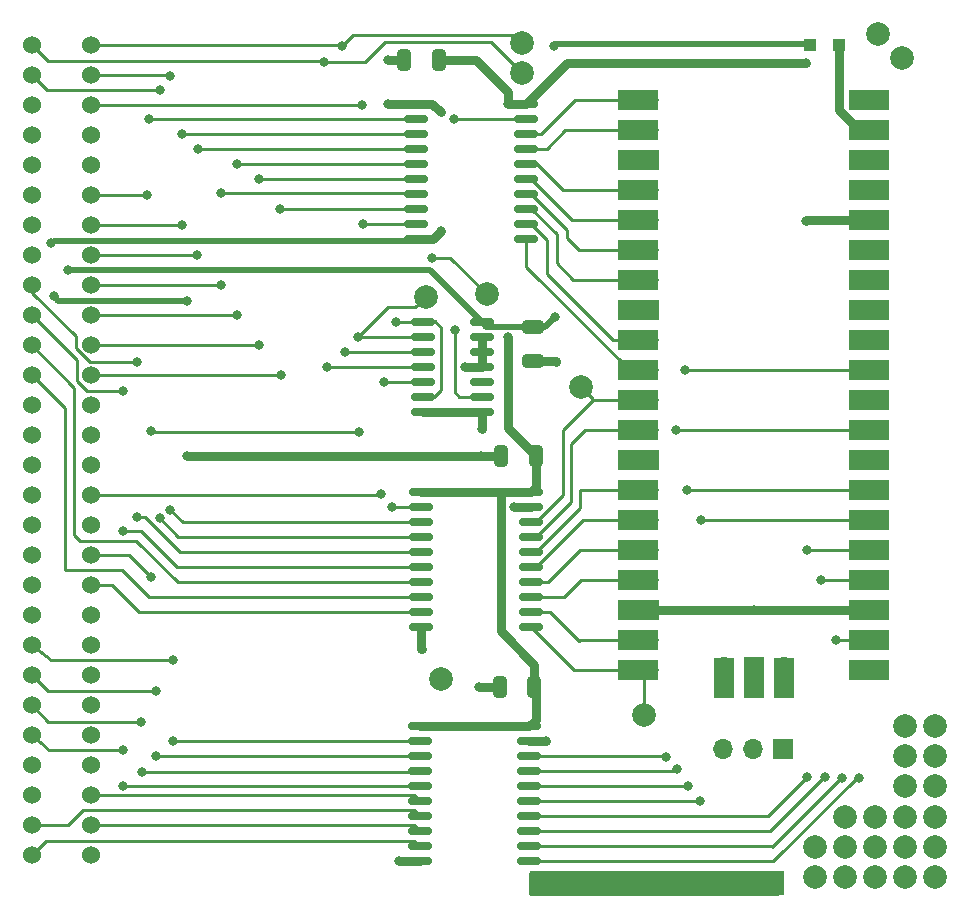
<source format=gtl>
G04 #@! TF.GenerationSoftware,KiCad,Pcbnew,6.0.10-86aedd382b~118~ubuntu20.04.1*
G04 #@! TF.CreationDate,2023-01-03T17:42:13+00:00*
G04 #@! TF.ProjectId,srom,73726f6d-2e6b-4696-9361-645f70636258,rev?*
G04 #@! TF.SameCoordinates,Original*
G04 #@! TF.FileFunction,Copper,L1,Top*
G04 #@! TF.FilePolarity,Positive*
%FSLAX46Y46*%
G04 Gerber Fmt 4.6, Leading zero omitted, Abs format (unit mm)*
G04 Created by KiCad (PCBNEW 6.0.10-86aedd382b~118~ubuntu20.04.1) date 2023-01-03 17:42:13*
%MOMM*%
%LPD*%
G01*
G04 APERTURE LIST*
G04 Aperture macros list*
%AMRoundRect*
0 Rectangle with rounded corners*
0 $1 Rounding radius*
0 $2 $3 $4 $5 $6 $7 $8 $9 X,Y pos of 4 corners*
0 Add a 4 corners polygon primitive as box body*
4,1,4,$2,$3,$4,$5,$6,$7,$8,$9,$2,$3,0*
0 Add four circle primitives for the rounded corners*
1,1,$1+$1,$2,$3*
1,1,$1+$1,$4,$5*
1,1,$1+$1,$6,$7*
1,1,$1+$1,$8,$9*
0 Add four rect primitives between the rounded corners*
20,1,$1+$1,$2,$3,$4,$5,0*
20,1,$1+$1,$4,$5,$6,$7,0*
20,1,$1+$1,$6,$7,$8,$9,0*
20,1,$1+$1,$8,$9,$2,$3,0*%
G04 Aperture macros list end*
G04 #@! TA.AperFunction,ComponentPad*
%ADD10C,2.000000*%
G04 #@! TD*
G04 #@! TA.AperFunction,SMDPad,CuDef*
%ADD11RoundRect,0.250000X-0.325000X-0.650000X0.325000X-0.650000X0.325000X0.650000X-0.325000X0.650000X0*%
G04 #@! TD*
G04 #@! TA.AperFunction,SMDPad,CuDef*
%ADD12RoundRect,0.150000X-0.875000X-0.150000X0.875000X-0.150000X0.875000X0.150000X-0.875000X0.150000X0*%
G04 #@! TD*
G04 #@! TA.AperFunction,SMDPad,CuDef*
%ADD13RoundRect,0.250000X-0.650000X0.325000X-0.650000X-0.325000X0.650000X-0.325000X0.650000X0.325000X0*%
G04 #@! TD*
G04 #@! TA.AperFunction,SMDPad,CuDef*
%ADD14RoundRect,0.250000X0.325000X0.650000X-0.325000X0.650000X-0.325000X-0.650000X0.325000X-0.650000X0*%
G04 #@! TD*
G04 #@! TA.AperFunction,SMDPad,CuDef*
%ADD15RoundRect,0.150000X-0.825000X-0.150000X0.825000X-0.150000X0.825000X0.150000X-0.825000X0.150000X0*%
G04 #@! TD*
G04 #@! TA.AperFunction,ComponentPad*
%ADD16R,1.700000X1.700000*%
G04 #@! TD*
G04 #@! TA.AperFunction,ComponentPad*
%ADD17O,1.700000X1.700000*%
G04 #@! TD*
G04 #@! TA.AperFunction,SMDPad,CuDef*
%ADD18R,1.000000X1.000000*%
G04 #@! TD*
G04 #@! TA.AperFunction,ComponentPad*
%ADD19C,1.524000*%
G04 #@! TD*
G04 #@! TA.AperFunction,SMDPad,CuDef*
%ADD20R,3.500000X1.700000*%
G04 #@! TD*
G04 #@! TA.AperFunction,SMDPad,CuDef*
%ADD21R,1.700000X3.500000*%
G04 #@! TD*
G04 #@! TA.AperFunction,ViaPad*
%ADD22C,0.800000*%
G04 #@! TD*
G04 #@! TA.AperFunction,Conductor*
%ADD23C,0.750000*%
G04 #@! TD*
G04 #@! TA.AperFunction,Conductor*
%ADD24C,0.550000*%
G04 #@! TD*
G04 #@! TA.AperFunction,Conductor*
%ADD25C,0.250000*%
G04 #@! TD*
G04 APERTURE END LIST*
D10*
X62770000Y-107210000D03*
X101770000Y-54650000D03*
X99730000Y-52600000D03*
X102070000Y-113770000D03*
X104610000Y-111230000D03*
X102070000Y-111230000D03*
X102070000Y-116310000D03*
X104610000Y-116310000D03*
X104610000Y-113770000D03*
X104590000Y-123950000D03*
X102050000Y-123950000D03*
X99510000Y-123950000D03*
X96970000Y-123950000D03*
X94430000Y-123950000D03*
X104590000Y-121410000D03*
X102050000Y-121410000D03*
X99510000Y-121410000D03*
X96970000Y-121410000D03*
X94430000Y-121410000D03*
X104590000Y-118870000D03*
X102050000Y-118870000D03*
X99510000Y-118870000D03*
X96970000Y-118870000D03*
X61490000Y-74840000D03*
D11*
X67825000Y-88340000D03*
X70775000Y-88340000D03*
D12*
X60950000Y-111235000D03*
X60950000Y-112505000D03*
X60950000Y-113775000D03*
X60950000Y-115045000D03*
X60950000Y-116315000D03*
X60950000Y-117585000D03*
X60950000Y-118855000D03*
X60950000Y-120125000D03*
X60950000Y-121395000D03*
X60950000Y-122665000D03*
X70250000Y-122665000D03*
X70250000Y-121395000D03*
X70250000Y-120125000D03*
X70250000Y-118855000D03*
X70250000Y-117585000D03*
X70250000Y-116315000D03*
X70250000Y-115045000D03*
X70250000Y-113775000D03*
X70250000Y-112505000D03*
X70250000Y-111235000D03*
X61100000Y-91385000D03*
X61100000Y-92655000D03*
X61100000Y-93925000D03*
X61100000Y-95195000D03*
X61100000Y-96465000D03*
X61100000Y-97735000D03*
X61100000Y-99005000D03*
X61100000Y-100275000D03*
X61100000Y-101545000D03*
X61100000Y-102815000D03*
X70400000Y-102815000D03*
X70400000Y-101545000D03*
X70400000Y-100275000D03*
X70400000Y-99005000D03*
X70400000Y-97735000D03*
X70400000Y-96465000D03*
X70400000Y-95195000D03*
X70400000Y-93925000D03*
X70400000Y-92655000D03*
X70400000Y-91385000D03*
D13*
X70520000Y-77385000D03*
X70520000Y-80335000D03*
D14*
X70685000Y-107880000D03*
X67735000Y-107880000D03*
D10*
X66640000Y-74660000D03*
D15*
X61265000Y-76990000D03*
X61265000Y-78260000D03*
X61265000Y-79530000D03*
X61265000Y-80800000D03*
X61265000Y-82070000D03*
X61265000Y-83340000D03*
X61265000Y-84610000D03*
X66215000Y-84610000D03*
X66215000Y-83340000D03*
X66215000Y-82070000D03*
X66215000Y-80800000D03*
X66215000Y-79530000D03*
X66215000Y-78260000D03*
X66215000Y-76990000D03*
D12*
X60690000Y-58525000D03*
X60690000Y-59795000D03*
X60690000Y-61065000D03*
X60690000Y-62335000D03*
X60690000Y-63605000D03*
X60690000Y-64875000D03*
X60690000Y-66145000D03*
X60690000Y-67415000D03*
X60690000Y-68685000D03*
X60690000Y-69955000D03*
X69990000Y-69955000D03*
X69990000Y-68685000D03*
X69990000Y-67415000D03*
X69990000Y-66145000D03*
X69990000Y-64875000D03*
X69990000Y-63605000D03*
X69990000Y-62335000D03*
X69990000Y-61065000D03*
X69990000Y-59795000D03*
X69990000Y-58525000D03*
D10*
X69640000Y-55910000D03*
D14*
X62595000Y-54810000D03*
X59645000Y-54810000D03*
D16*
X91730000Y-113165000D03*
D17*
X89190000Y-113165000D03*
X86650000Y-113165000D03*
D10*
X74630000Y-82520000D03*
D18*
X96480000Y-53540000D03*
X93980000Y-53540000D03*
D19*
X28150000Y-63740000D03*
X33150000Y-63740000D03*
X33150000Y-53580000D03*
X33150000Y-56120000D03*
X33150000Y-58660000D03*
X33150000Y-61200000D03*
X33150000Y-66280000D03*
X33150000Y-68820000D03*
X33150000Y-71360000D03*
X33150000Y-73900000D03*
X33150000Y-76440000D03*
X33150000Y-78980000D03*
X33150000Y-81520000D03*
X33150000Y-84060000D03*
X33150000Y-86600000D03*
X33150000Y-89140000D03*
X33150000Y-91680000D03*
X33150000Y-94220000D03*
X33150000Y-96760000D03*
X33150000Y-99300000D03*
X33150000Y-101840000D03*
X33150000Y-104380000D03*
X33150000Y-106920000D03*
X33150000Y-109460000D03*
X33150000Y-112000000D03*
X33150000Y-114540000D03*
X33150000Y-117080000D03*
X33150000Y-119620000D03*
X33150000Y-122160000D03*
X28150000Y-53580000D03*
X28150000Y-56120000D03*
X28150000Y-58660000D03*
X28150000Y-61200000D03*
X28150000Y-66280000D03*
X28150000Y-68820000D03*
X28150000Y-71360000D03*
X28150000Y-73900000D03*
X28150000Y-76440000D03*
X28150000Y-78980000D03*
X28150000Y-81520000D03*
X28150000Y-84060000D03*
X28150000Y-86600000D03*
X28150000Y-89140000D03*
X28150000Y-91680000D03*
X28150000Y-94220000D03*
X28150000Y-96760000D03*
X28150000Y-99300000D03*
X28150000Y-101840000D03*
X28150000Y-104380000D03*
X28150000Y-106920000D03*
X28150000Y-109460000D03*
X28150000Y-112000000D03*
X28150000Y-114540000D03*
X28150000Y-117080000D03*
X28150000Y-119620000D03*
X28150000Y-122160000D03*
D10*
X79920000Y-110260000D03*
D17*
X80350000Y-58190000D03*
D20*
X79450000Y-58190000D03*
D17*
X80350000Y-60730000D03*
D20*
X79450000Y-60730000D03*
D16*
X80350000Y-63270000D03*
D20*
X79450000Y-63270000D03*
D17*
X80350000Y-65810000D03*
D20*
X79450000Y-65810000D03*
X79450000Y-68350000D03*
D17*
X80350000Y-68350000D03*
X80350000Y-70890000D03*
D20*
X79450000Y-70890000D03*
X79450000Y-73430000D03*
D17*
X80350000Y-73430000D03*
D16*
X80350000Y-75970000D03*
D20*
X79450000Y-75970000D03*
X79450000Y-78510000D03*
D17*
X80350000Y-78510000D03*
D20*
X79450000Y-81050000D03*
D17*
X80350000Y-81050000D03*
D20*
X79450000Y-83590000D03*
D17*
X80350000Y-83590000D03*
D20*
X79450000Y-86130000D03*
D17*
X80350000Y-86130000D03*
D20*
X79450000Y-88670000D03*
D16*
X80350000Y-88670000D03*
D20*
X79450000Y-91210000D03*
D17*
X80350000Y-91210000D03*
D20*
X79450000Y-93750000D03*
D17*
X80350000Y-93750000D03*
D20*
X79450000Y-96290000D03*
D17*
X80350000Y-96290000D03*
X80350000Y-98830000D03*
D20*
X79450000Y-98830000D03*
X79450000Y-101370000D03*
D16*
X80350000Y-101370000D03*
D17*
X80350000Y-103910000D03*
D20*
X79450000Y-103910000D03*
D17*
X80350000Y-106450000D03*
D20*
X79450000Y-106450000D03*
X99030000Y-106450000D03*
D17*
X98130000Y-106450000D03*
X98130000Y-103910000D03*
D20*
X99030000Y-103910000D03*
D16*
X98130000Y-101370000D03*
D20*
X99030000Y-101370000D03*
X99030000Y-98830000D03*
D17*
X98130000Y-98830000D03*
X98130000Y-96290000D03*
D20*
X99030000Y-96290000D03*
D17*
X98130000Y-93750000D03*
D20*
X99030000Y-93750000D03*
X99030000Y-91210000D03*
D17*
X98130000Y-91210000D03*
D20*
X99030000Y-88670000D03*
D16*
X98130000Y-88670000D03*
D20*
X99030000Y-86130000D03*
D17*
X98130000Y-86130000D03*
X98130000Y-83590000D03*
D20*
X99030000Y-83590000D03*
D17*
X98130000Y-81050000D03*
D20*
X99030000Y-81050000D03*
X99030000Y-78510000D03*
D17*
X98130000Y-78510000D03*
D16*
X98130000Y-75970000D03*
D20*
X99030000Y-75970000D03*
X99030000Y-73430000D03*
D17*
X98130000Y-73430000D03*
D20*
X99030000Y-70890000D03*
D17*
X98130000Y-70890000D03*
D20*
X99030000Y-68350000D03*
D17*
X98130000Y-68350000D03*
D20*
X99030000Y-65810000D03*
D17*
X98130000Y-65810000D03*
D20*
X99030000Y-63270000D03*
D16*
X98130000Y-63270000D03*
D17*
X98130000Y-60730000D03*
D20*
X99030000Y-60730000D03*
D17*
X98130000Y-58190000D03*
D20*
X99030000Y-58190000D03*
D21*
X86700000Y-107120000D03*
D17*
X86700000Y-106220000D03*
D16*
X89240000Y-106220000D03*
D21*
X89240000Y-107120000D03*
X91780000Y-107120000D03*
D17*
X91780000Y-106220000D03*
D10*
X69610000Y-53350000D03*
D22*
X73440000Y-124940000D03*
X68450000Y-58560000D03*
X93680000Y-55100000D03*
X68440000Y-78270000D03*
X93660000Y-68450000D03*
X66140000Y-88310000D03*
X68910000Y-92670000D03*
X66230000Y-86020000D03*
X65950000Y-107920000D03*
X72480000Y-80340000D03*
X41290000Y-88310000D03*
X58310000Y-54810000D03*
X71690000Y-112510000D03*
X41270000Y-75210000D03*
X29980000Y-74780000D03*
X62730000Y-59240000D03*
X89250000Y-101370000D03*
X61120000Y-104660000D03*
X29790000Y-70340000D03*
X64840000Y-80780000D03*
X59210000Y-122670000D03*
X62730000Y-69330000D03*
X58320000Y-58520000D03*
X72320000Y-53590000D03*
X72420000Y-76540000D03*
X31210000Y-72590000D03*
X58980000Y-77030000D03*
X58650000Y-92640000D03*
X37060000Y-80420000D03*
X37000000Y-93490000D03*
X35830000Y-82830000D03*
X35820000Y-94670000D03*
X35850000Y-116310000D03*
X35830000Y-113200000D03*
X37390000Y-110830000D03*
X37420000Y-115090000D03*
X38640000Y-108260000D03*
X38630000Y-113730000D03*
X82760000Y-114860000D03*
X82680000Y-86130000D03*
X83660000Y-116300000D03*
X83640000Y-91230000D03*
X84670000Y-117570000D03*
X84810000Y-93740000D03*
X40080000Y-105580000D03*
X40050000Y-112500000D03*
X38960000Y-57340000D03*
X38940000Y-93610000D03*
X39850000Y-92890000D03*
X39830000Y-56160000D03*
X98130000Y-115600000D03*
X96690000Y-115609999D03*
X96180000Y-103910000D03*
X94930000Y-98820000D03*
X95240000Y-115546666D03*
X93790000Y-115483333D03*
X93790000Y-96310000D03*
X81820000Y-113790000D03*
X83430000Y-81070000D03*
X37910000Y-66250000D03*
X38040000Y-59810000D03*
X40840000Y-61060000D03*
X40840000Y-68790000D03*
X42200000Y-62320000D03*
X42150000Y-71360000D03*
X47320000Y-64860000D03*
X47360000Y-78920000D03*
X49250000Y-81520000D03*
X49160000Y-67400000D03*
X45490000Y-63580000D03*
X45520000Y-76430000D03*
X44120000Y-66090000D03*
X44150000Y-73890000D03*
X56170000Y-68670000D03*
X56110000Y-58660000D03*
X63910000Y-59810000D03*
X63920000Y-77690000D03*
X53150000Y-80800000D03*
X52850000Y-54970000D03*
X54350000Y-53640000D03*
X54670000Y-79540000D03*
X55780000Y-78290000D03*
X38190000Y-86250000D03*
X38190000Y-98610000D03*
X55810000Y-86330000D03*
X62000000Y-71590000D03*
X57650000Y-91590000D03*
X57940000Y-82080000D03*
D23*
X70685000Y-106015000D02*
X67850000Y-103180000D01*
X70385000Y-91370000D02*
X70400000Y-91385000D01*
X68450000Y-58560000D02*
X68450000Y-57530000D01*
X67850000Y-103180000D02*
X67850000Y-91400000D01*
X70820000Y-108015000D02*
X70685000Y-107880000D01*
X60950000Y-111235000D02*
X70250000Y-111235000D01*
X73415000Y-55100000D02*
X69990000Y-58525000D01*
X65730000Y-54810000D02*
X62595000Y-54810000D01*
X70775000Y-88340000D02*
X68440000Y-86005000D01*
X93680000Y-55100000D02*
X73415000Y-55100000D01*
X70840000Y-88405000D02*
X70775000Y-88340000D01*
X70685000Y-107880000D02*
X70685000Y-106015000D01*
X68440000Y-86005000D02*
X68440000Y-78270000D01*
X67880000Y-91370000D02*
X70385000Y-91370000D01*
X70840000Y-90945000D02*
X70840000Y-88405000D01*
X70820000Y-110660000D02*
X70820000Y-108015000D01*
X69955000Y-58560000D02*
X69990000Y-58525000D01*
X68450000Y-57530000D02*
X65730000Y-54810000D01*
X67880000Y-91370000D02*
X67865000Y-91385000D01*
X70250000Y-111230000D02*
X70820000Y-110660000D01*
X93660000Y-68450000D02*
X93760000Y-68350000D01*
X68450000Y-58560000D02*
X69955000Y-58560000D01*
X67865000Y-91385000D02*
X61100000Y-91385000D01*
X67850000Y-91400000D02*
X67880000Y-91370000D01*
X70250000Y-111235000D02*
X70250000Y-111230000D01*
X93760000Y-68350000D02*
X98130000Y-68350000D01*
X70400000Y-91385000D02*
X70840000Y-90945000D01*
X58310000Y-54810000D02*
X59645000Y-54810000D01*
X68925000Y-92655000D02*
X68910000Y-92670000D01*
X66140000Y-88310000D02*
X41290000Y-88310000D01*
X89250000Y-101370000D02*
X98130000Y-101370000D01*
D24*
X30020000Y-70110000D02*
X29790000Y-70340000D01*
D23*
X66215000Y-78260000D02*
X66215000Y-79530000D01*
X62730000Y-59240000D02*
X62015000Y-58525000D01*
X62105000Y-69955000D02*
X62730000Y-69330000D01*
X70400000Y-92655000D02*
X68925000Y-92655000D01*
X60950000Y-122665000D02*
X59215000Y-122665000D01*
D24*
X60535000Y-70110000D02*
X30020000Y-70110000D01*
D23*
X65990000Y-107880000D02*
X65950000Y-107920000D01*
X62015000Y-58525000D02*
X60690000Y-58525000D01*
X70250000Y-112505000D02*
X71685000Y-112505000D01*
X66215000Y-84610000D02*
X66215000Y-86005000D01*
X67825000Y-88340000D02*
X66170000Y-88340000D01*
X72475000Y-80335000D02*
X72480000Y-80340000D01*
X60690000Y-69955000D02*
X62105000Y-69955000D01*
X80350000Y-101370000D02*
X89250000Y-101370000D01*
D25*
X71685000Y-112505000D02*
X71690000Y-112510000D01*
D23*
X58325000Y-58525000D02*
X58320000Y-58520000D01*
D24*
X30380000Y-75180000D02*
X29980000Y-74780000D01*
D25*
X66170000Y-88340000D02*
X66140000Y-88310000D01*
D23*
X66215000Y-86005000D02*
X66230000Y-86020000D01*
X66215000Y-80800000D02*
X64860000Y-80800000D01*
X67735000Y-107880000D02*
X65990000Y-107880000D01*
X61100000Y-104640000D02*
X61120000Y-104660000D01*
X66215000Y-79530000D02*
X66215000Y-80800000D01*
D24*
X41282701Y-75180000D02*
X30380000Y-75180000D01*
D23*
X70520000Y-80335000D02*
X72475000Y-80335000D01*
X66215000Y-84610000D02*
X61265000Y-84610000D01*
X60690000Y-58525000D02*
X58325000Y-58525000D01*
X64860000Y-80800000D02*
X64840000Y-80780000D01*
D25*
X59215000Y-122665000D02*
X59210000Y-122670000D01*
D23*
X61100000Y-102815000D02*
X61100000Y-104640000D01*
D24*
X72435000Y-53475000D02*
X93915000Y-53475000D01*
X61860000Y-72630000D02*
X61830000Y-72600000D01*
X66610000Y-77385000D02*
X66215000Y-76990000D01*
X61830000Y-72600000D02*
X31060000Y-72600000D01*
X66215000Y-76990000D02*
X61845000Y-72620000D01*
X72320000Y-53590000D02*
X72435000Y-53475000D01*
X71575000Y-77385000D02*
X72420000Y-76540000D01*
X93915000Y-53475000D02*
X93980000Y-53540000D01*
X70520000Y-77385000D02*
X71575000Y-77385000D01*
X70520000Y-77385000D02*
X66610000Y-77385000D01*
D23*
X98130000Y-60730000D02*
X96480000Y-59080000D01*
X96480000Y-59080000D02*
X96480000Y-53540000D01*
D25*
X58650000Y-92640000D02*
X61085000Y-92640000D01*
X61265000Y-76990000D02*
X59020000Y-76990000D01*
X61265000Y-83340000D02*
X62190000Y-83340000D01*
X62790000Y-82740000D02*
X62790000Y-77470000D01*
X59020000Y-76990000D02*
X58980000Y-77030000D01*
X61085000Y-92640000D02*
X61100000Y-92655000D01*
X62790000Y-77470000D02*
X62240000Y-76920000D01*
X62190000Y-83340000D02*
X62790000Y-82740000D01*
X31830000Y-78180000D02*
X31830000Y-79197251D01*
X28150000Y-74500000D02*
X31830000Y-78180000D01*
X37730000Y-93490000D02*
X40705000Y-96465000D01*
X37000000Y-93490000D02*
X37730000Y-93490000D01*
X31830000Y-79197251D02*
X33052749Y-80420000D01*
X33052749Y-80420000D02*
X37060000Y-80420000D01*
X28150000Y-73900000D02*
X28150000Y-74500000D01*
X40705000Y-96465000D02*
X61100000Y-96465000D01*
X32790000Y-82840000D02*
X35820000Y-82840000D01*
X40455000Y-97735000D02*
X61100000Y-97735000D01*
X35820000Y-82840000D02*
X35830000Y-82830000D01*
X28150000Y-76440000D02*
X31930000Y-80220000D01*
X37390000Y-94670000D02*
X40455000Y-97735000D01*
X31930000Y-81980000D02*
X32790000Y-82840000D01*
X35820000Y-94670000D02*
X37390000Y-94670000D01*
X31930000Y-80220000D02*
X31930000Y-81980000D01*
X32180000Y-95510000D02*
X36970000Y-95510000D01*
X28150000Y-78980000D02*
X31710000Y-82540000D01*
X40465000Y-99005000D02*
X61100000Y-99005000D01*
X31710000Y-95040000D02*
X32180000Y-95510000D01*
X31710000Y-82540000D02*
X31710000Y-95040000D01*
X36970000Y-95510000D02*
X40465000Y-99005000D01*
X30920000Y-84290000D02*
X30920000Y-97950000D01*
X28150000Y-81520000D02*
X30920000Y-84290000D01*
X31000000Y-98030000D02*
X35770000Y-98030000D01*
X35770000Y-98030000D02*
X38015000Y-100275000D01*
X38015000Y-100275000D02*
X61100000Y-100275000D01*
X30920000Y-97950000D02*
X31000000Y-98030000D01*
X35550000Y-113210000D02*
X35820000Y-113210000D01*
X29590000Y-113210000D02*
X35550000Y-113210000D01*
X28150000Y-112000000D02*
X29590000Y-113210000D01*
X35855000Y-116315000D02*
X60950000Y-116315000D01*
X35820000Y-113210000D02*
X35830000Y-113200000D01*
X35850000Y-116310000D02*
X35855000Y-116315000D01*
X29520000Y-110830000D02*
X37390000Y-110830000D01*
X28150000Y-109460000D02*
X29520000Y-110830000D01*
X60905000Y-115090000D02*
X60950000Y-115045000D01*
X37420000Y-115090000D02*
X60905000Y-115090000D01*
X28150000Y-106920000D02*
X29490000Y-108260000D01*
X38630000Y-113730000D02*
X60905000Y-113730000D01*
X29490000Y-108260000D02*
X38640000Y-108260000D01*
X60905000Y-113730000D02*
X60950000Y-113775000D01*
X82575000Y-115045000D02*
X82760000Y-114860000D01*
X70250000Y-115045000D02*
X82575000Y-115045000D01*
X82680000Y-86130000D02*
X98130000Y-86130000D01*
X70250000Y-116315000D02*
X83645000Y-116315000D01*
X83640000Y-91230000D02*
X83660000Y-91210000D01*
X83645000Y-116315000D02*
X83660000Y-116300000D01*
X83660000Y-91210000D02*
X98130000Y-91210000D01*
X70250000Y-117585000D02*
X84655000Y-117585000D01*
X98120000Y-93740000D02*
X98130000Y-93750000D01*
X84810000Y-93740000D02*
X98120000Y-93740000D01*
X84655000Y-117585000D02*
X84670000Y-117570000D01*
X74530000Y-103910000D02*
X80350000Y-103910000D01*
X74460000Y-103980000D02*
X74530000Y-103910000D01*
X72025000Y-101545000D02*
X74460000Y-103980000D01*
X70400000Y-101545000D02*
X72025000Y-101545000D01*
X73165000Y-100275000D02*
X74610000Y-98830000D01*
X74610000Y-98830000D02*
X80350000Y-98830000D01*
X70400000Y-100275000D02*
X73165000Y-100275000D01*
X71815000Y-99005000D02*
X74530000Y-96290000D01*
X70400000Y-99005000D02*
X71815000Y-99005000D01*
X74530000Y-96290000D02*
X80350000Y-96290000D01*
X70400000Y-97735000D02*
X70826751Y-97735000D01*
X70826751Y-97735000D02*
X74550000Y-94011751D01*
X74550000Y-94010000D02*
X74810000Y-93750000D01*
X74550000Y-94011751D02*
X74550000Y-94010000D01*
X74810000Y-93750000D02*
X80350000Y-93750000D01*
X75630000Y-83590000D02*
X80350000Y-83590000D01*
X75630000Y-83590000D02*
X75630000Y-83520000D01*
X73100000Y-86120000D02*
X75630000Y-83590000D01*
X70826751Y-93925000D02*
X73100000Y-91651751D01*
X70400000Y-93925000D02*
X70826751Y-93925000D01*
X75630000Y-83520000D02*
X74630000Y-82520000D01*
X73100000Y-91651751D02*
X73100000Y-86120000D01*
X40080000Y-105580000D02*
X29770000Y-105610000D01*
X29770000Y-105610000D02*
X28150000Y-104380000D01*
X40050000Y-112500000D02*
X40055000Y-112505000D01*
X40055000Y-112505000D02*
X60950000Y-112505000D01*
X60445000Y-117080000D02*
X60950000Y-117585000D01*
X33150000Y-117080000D02*
X60445000Y-117080000D01*
X32460000Y-118350000D02*
X60445000Y-118350000D01*
X31190000Y-119620000D02*
X32460000Y-118350000D01*
X28150000Y-119620000D02*
X31190000Y-119620000D01*
X60445000Y-118350000D02*
X60950000Y-118855000D01*
X60445000Y-119620000D02*
X60950000Y-120125000D01*
X33150000Y-119620000D02*
X60445000Y-119620000D01*
X29350000Y-120960000D02*
X60515000Y-120960000D01*
X60515000Y-120960000D02*
X60950000Y-121395000D01*
X28150000Y-122160000D02*
X29350000Y-120960000D01*
X40525000Y-95195000D02*
X61100000Y-95195000D01*
X38940000Y-93610000D02*
X40525000Y-95195000D01*
X28150000Y-56120000D02*
X29370000Y-57340000D01*
X29370000Y-57340000D02*
X38960000Y-57340000D01*
X39850000Y-92890000D02*
X40885000Y-93925000D01*
X33150000Y-56120000D02*
X39790000Y-56120000D01*
X40885000Y-93925000D02*
X61100000Y-93925000D01*
X39790000Y-56120000D02*
X39830000Y-56160000D01*
X33150000Y-99300000D02*
X34930000Y-99300000D01*
X34930000Y-99300000D02*
X37175000Y-101545000D01*
X37175000Y-101545000D02*
X61100000Y-101545000D01*
X74035000Y-106450000D02*
X80350000Y-106450000D01*
X79920000Y-110260000D02*
X79920000Y-106880000D01*
X70400000Y-102815000D02*
X74035000Y-106450000D01*
X79920000Y-106880000D02*
X80350000Y-106450000D01*
X73760000Y-92261751D02*
X73760000Y-87350000D01*
X73760000Y-87350000D02*
X74980000Y-86130000D01*
X70826751Y-95195000D02*
X73760000Y-92261751D01*
X70400000Y-95195000D02*
X70826751Y-95195000D01*
X74980000Y-86130000D02*
X80350000Y-86130000D01*
X70400000Y-96465000D02*
X70826751Y-96465000D01*
X74550000Y-91200000D02*
X80340000Y-91200000D01*
X74550000Y-92741751D02*
X74550000Y-91200000D01*
X70826751Y-96465000D02*
X74550000Y-92741751D01*
X80340000Y-91200000D02*
X80350000Y-91210000D01*
X90895000Y-122665000D02*
X98140000Y-115420000D01*
X70250000Y-122665000D02*
X90895000Y-122665000D01*
X96180000Y-103910000D02*
X98130000Y-103910000D01*
X90825000Y-121395000D02*
X90835000Y-121405000D01*
X70250000Y-121395000D02*
X90825000Y-121395000D01*
X90835000Y-121405000D02*
X96620000Y-115620000D01*
X90395000Y-120115000D02*
X90645000Y-120115000D01*
X90385000Y-120125000D02*
X90395000Y-120115000D01*
X94940000Y-98830000D02*
X98130000Y-98830000D01*
X90645000Y-120115000D02*
X95210000Y-115550000D01*
X94930000Y-98820000D02*
X94940000Y-98830000D01*
X70250000Y-120125000D02*
X90385000Y-120125000D01*
X70250000Y-118855000D02*
X90485000Y-118855000D01*
X98110000Y-96310000D02*
X98130000Y-96290000D01*
X93790000Y-96310000D02*
X98110000Y-96310000D01*
X90485000Y-118855000D02*
X93790000Y-115550000D01*
X83430000Y-81070000D02*
X83450000Y-81050000D01*
X83450000Y-81050000D02*
X98130000Y-81050000D01*
X81805000Y-113775000D02*
X81820000Y-113790000D01*
X70250000Y-113775000D02*
X81805000Y-113775000D01*
X38040000Y-59810000D02*
X60675000Y-59810000D01*
X37880000Y-66280000D02*
X37910000Y-66250000D01*
X60675000Y-59810000D02*
X60690000Y-59795000D01*
X33150000Y-66280000D02*
X37880000Y-66280000D01*
X40810000Y-68820000D02*
X40840000Y-68790000D01*
X33150000Y-68820000D02*
X40810000Y-68820000D01*
X40840000Y-61060000D02*
X60685000Y-61060000D01*
X60685000Y-61060000D02*
X60690000Y-61065000D01*
X33150000Y-71360000D02*
X42150000Y-71360000D01*
X42200000Y-62320000D02*
X60675000Y-62320000D01*
X60675000Y-62320000D02*
X60690000Y-62335000D01*
X47320000Y-64860000D02*
X60675000Y-64860000D01*
X47300000Y-78980000D02*
X47360000Y-78920000D01*
X33150000Y-78980000D02*
X47300000Y-78980000D01*
X60675000Y-64860000D02*
X60690000Y-64875000D01*
X49160000Y-67400000D02*
X60675000Y-67400000D01*
X60675000Y-67400000D02*
X60690000Y-67415000D01*
X33150000Y-81520000D02*
X49250000Y-81520000D01*
X33150000Y-76440000D02*
X45510000Y-76440000D01*
X45510000Y-76440000D02*
X45520000Y-76430000D01*
X45515000Y-63605000D02*
X60690000Y-63605000D01*
X45490000Y-63580000D02*
X45515000Y-63605000D01*
X33150000Y-73900000D02*
X44140000Y-73900000D01*
X60635000Y-66090000D02*
X60690000Y-66145000D01*
X44140000Y-73900000D02*
X44150000Y-73890000D01*
X44120000Y-66090000D02*
X60635000Y-66090000D01*
X56170000Y-68670000D02*
X60675000Y-68670000D01*
X33150000Y-58660000D02*
X56110000Y-58660000D01*
X60675000Y-68670000D02*
X60690000Y-68685000D01*
X69990000Y-72300000D02*
X78740000Y-81050000D01*
X78740000Y-81050000D02*
X80350000Y-81050000D01*
X69990000Y-69955000D02*
X69990000Y-72300000D01*
X69990000Y-67415000D02*
X70416751Y-67415000D01*
X73980000Y-73430000D02*
X80350000Y-73430000D01*
X72580000Y-69578249D02*
X72580000Y-72030000D01*
X72580000Y-72030000D02*
X73980000Y-73430000D01*
X70416751Y-67415000D02*
X72580000Y-69578249D01*
X70416751Y-64875000D02*
X73891751Y-68350000D01*
X73891751Y-68350000D02*
X80350000Y-68350000D01*
X69990000Y-64875000D02*
X70416751Y-64875000D01*
X69990000Y-68685000D02*
X70416751Y-68685000D01*
X70416751Y-68685000D02*
X71770000Y-70038249D01*
X71770000Y-70038249D02*
X71770000Y-72910000D01*
X71770000Y-72910000D02*
X77370000Y-78510000D01*
X77370000Y-78510000D02*
X80350000Y-78510000D01*
X69990000Y-66145000D02*
X70416751Y-66145000D01*
X73450000Y-69860000D02*
X74480000Y-70890000D01*
X73450000Y-69178249D02*
X73450000Y-69860000D01*
X74480000Y-70890000D02*
X80350000Y-70890000D01*
X70416751Y-66145000D02*
X73450000Y-69178249D01*
X73130000Y-65810000D02*
X80350000Y-65810000D01*
X70925000Y-63605000D02*
X73130000Y-65810000D01*
X69990000Y-63605000D02*
X70925000Y-63605000D01*
X71705000Y-62335000D02*
X73310000Y-60730000D01*
X73310000Y-60730000D02*
X80350000Y-60730000D01*
X69990000Y-62335000D02*
X71705000Y-62335000D01*
X71255000Y-61065000D02*
X74130000Y-58190000D01*
X69990000Y-61065000D02*
X71255000Y-61065000D01*
X74130000Y-58190000D02*
X80350000Y-58190000D01*
X63930000Y-82940000D02*
X63920000Y-82930000D01*
X64330000Y-83340000D02*
X63930000Y-82940000D01*
X63920000Y-82930000D02*
X63920000Y-77690000D01*
X69975000Y-59810000D02*
X69990000Y-59795000D01*
X66215000Y-83340000D02*
X64330000Y-83340000D01*
X63910000Y-59810000D02*
X69975000Y-59810000D01*
X56360000Y-54970000D02*
X58030000Y-53300000D01*
X28150000Y-53580000D02*
X29490000Y-54920000D01*
X52800000Y-54920000D02*
X52850000Y-54970000D01*
X29490000Y-54920000D02*
X52800000Y-54920000D01*
X52850000Y-54970000D02*
X56360000Y-54970000D01*
X67030000Y-53300000D02*
X69640000Y-55910000D01*
X53150000Y-80800000D02*
X61265000Y-80800000D01*
X58030000Y-53300000D02*
X67030000Y-53300000D01*
X61255000Y-79540000D02*
X61265000Y-79530000D01*
X54290000Y-53580000D02*
X54350000Y-53640000D01*
X33150000Y-53580000D02*
X54290000Y-53580000D01*
X68950000Y-52690000D02*
X69610000Y-53350000D01*
X55300000Y-52690000D02*
X68950000Y-52690000D01*
X54670000Y-79540000D02*
X61255000Y-79540000D01*
X54350000Y-53640000D02*
X55300000Y-52690000D01*
X58310000Y-75760000D02*
X60570000Y-75760000D01*
X36340000Y-96760000D02*
X38190000Y-98610000D01*
X60570000Y-75760000D02*
X61490000Y-74840000D01*
X55750000Y-86270000D02*
X55810000Y-86330000D01*
X55780000Y-78290000D02*
X61235000Y-78290000D01*
X33150000Y-96760000D02*
X36340000Y-96760000D01*
X61235000Y-78290000D02*
X61265000Y-78260000D01*
X55780000Y-78290000D02*
X58310000Y-75760000D01*
X38510000Y-86270000D02*
X55750000Y-86270000D01*
X55810000Y-86330000D02*
X55740000Y-86330000D01*
X63570000Y-71590000D02*
X66640000Y-74660000D01*
X61255000Y-82080000D02*
X61265000Y-82070000D01*
X57560000Y-91680000D02*
X57650000Y-91590000D01*
X57940000Y-82080000D02*
X61255000Y-82080000D01*
X62000000Y-71590000D02*
X63570000Y-71590000D01*
X33150000Y-91680000D02*
X57560000Y-91680000D01*
G04 #@! TA.AperFunction,Conductor*
G36*
X73869898Y-123458216D02*
G01*
X73870029Y-123458216D01*
X91420000Y-123470000D01*
X91420000Y-125544219D01*
X91390506Y-125552954D01*
X91385304Y-125556314D01*
X91349526Y-125561500D01*
X70349257Y-125561500D01*
X70281136Y-125541498D01*
X70234643Y-125487842D01*
X70223305Y-125432011D01*
X70259149Y-124137947D01*
X70274611Y-123579737D01*
X70275155Y-123560122D01*
X70275942Y-123557873D01*
X70317326Y-123500185D01*
X70383329Y-123474029D01*
X70394867Y-123473500D01*
X71191502Y-123473500D01*
X71193950Y-123473307D01*
X71193958Y-123473307D01*
X71222421Y-123471067D01*
X71222426Y-123471066D01*
X71228831Y-123470562D01*
X71235003Y-123468769D01*
X71235008Y-123468768D01*
X71260057Y-123461490D01*
X71295294Y-123456487D01*
X73869898Y-123458216D01*
G37*
G04 #@! TD.AperFunction*
G04 #@! TA.AperFunction,Conductor*
G36*
X91732013Y-123461625D02*
G01*
X91778556Y-123515237D01*
X91789991Y-123567861D01*
X91787427Y-125412510D01*
X91767330Y-125480603D01*
X91713610Y-125527021D01*
X91661721Y-125538335D01*
X81686668Y-125561500D01*
X70349257Y-125561500D01*
X70281136Y-125541498D01*
X70257350Y-125514047D01*
X70259850Y-123625094D01*
X70266925Y-123583634D01*
X70272211Y-123568534D01*
X70290000Y-123651551D01*
X70275492Y-123559159D01*
X70275942Y-123557873D01*
X70317326Y-123500185D01*
X70383329Y-123474029D01*
X70394867Y-123473500D01*
X71191502Y-123473500D01*
X71193950Y-123473307D01*
X71193958Y-123473307D01*
X71222421Y-123471067D01*
X71222426Y-123471066D01*
X71228831Y-123470562D01*
X71235003Y-123468769D01*
X71235008Y-123468768D01*
X71256252Y-123462596D01*
X71260058Y-123461490D01*
X71266080Y-123460635D01*
X73869767Y-123458216D01*
X73869898Y-123458216D01*
X91663875Y-123441686D01*
X91732013Y-123461625D01*
G37*
G04 #@! TD.AperFunction*
M02*

</source>
